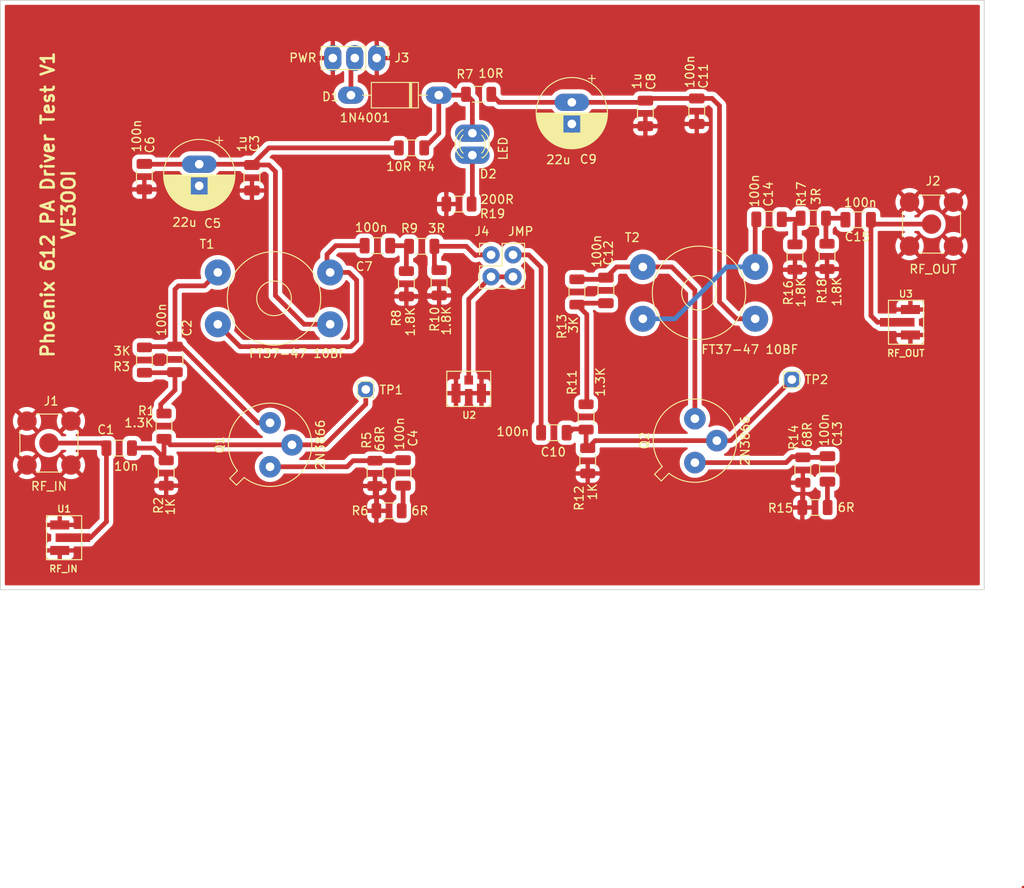
<source format=kicad_pcb>
(kicad_pcb (version 20211014) (generator pcbnew)
  (layers (0 "F.Cu" signal) (31 "B.Cu" signal) (34 "B.Paste" user) (35 "F.Paste" user) (36 "B.SilkS" user "B.Silkscreen") (37 "F.SilkS" user "F.Silkscreen") (38 "B.Mask" user) (39 "F.Mask" user) (44 "Edge.Cuts" user))
  (net 0 "")
  (net 1 "Net-(C1-Pad1)")
  (net 2 "Net-(C1-Pad2)")
  (net 3 "Net-(C2-Pad1)")
  (net 4 "Net-(C2-Pad2)")
  (net 5 "Q1_12V")
  (net 6 "GND")
  (net 7 "Net-(C4-Pad1)")
  (net 8 "Net-(C4-Pad2)")
  (net 9 "Net-(C7-Pad1)")
  (net 10 "Net-(C7-Pad2)")
  (net 11 "Q2_12V")
  (net 12 "Net-(Q2-Pad2)")
  (net 13 "Net-(C10-Pad2)")
  (net 14 "Net-(C12-Pad1)")
  (net 15 "Net-(C12-Pad2)")
  (net 16 "Net-(C13-Pad1)")
  (net 17 "Net-(C13-Pad2)")
  (net 18 "Net-(C14-Pad1)")
  (net 19 "Net-(C14-Pad2)")
  (net 20 "Net-(C15-Pad1)")
  (net 21 "Net-(C15-Pad2)")
  (net 22 "TX12V")
  (net 23 "Net-(D1-Pad2)")
  (net 24 "Net-(R10-Pad2)")
  (net 25 "Net-(J4-Pad3)")
  (net 26 "Net-(D2-Pad1)")
  (footprint "Capacitor_SMD:C_1206_3216Metric" (layer "F.Cu") (at 107.8611 39.4335 -90)
    (fp_text reference "C11" (at -4.064 -0.762 90) (layer "F.SilkS"))
    (fp_text value "100n" (at -4.572 0.7874 90) (layer "F.SilkS"))
    (pad "1" smd roundrect (at -1.475 0 270) (size 1.15 1.8) (layers "F.Cu" "F.Paste" "F.Mask") (roundrect_rratio 0.2173913043) (net 11 "Q2_12V"))
    (pad "2" smd roundrect (at 1.475 0 270) (size 1.15 1.8) (layers "F.Cu" "F.Paste" "F.Mask") (roundrect_rratio 0.2173913043) (net 6 "GND"))
  )
  (footprint "Custom_RF:U.FL-R-SMT" (layer "F.Cu") (at 132.582631 63.851911 -90)
    (fp_text reference "U3" (at -3.272911 0.528031 180) (layer "F.SilkS") (effects (font (size 0.787402 0.787402))))
    (fp_text value "RF_OUT" (at 3.585089 0.528031 180) (layer "F.SilkS") (effects (font (size 0.787402 0.787402))))
    (pad "1" smd rect (at 0 1.525 270) (size 1 4) (layers "F.Cu" "F.Paste" "F.Mask") (net 20 "Net-(C15-Pad1)"))
    (pad "2" smd rect (at 1.475 0 270) (size 1.05 2.2) (layers "F.Cu" "F.Paste" "F.Mask") (net 6 "GND"))
    (pad "3" smd rect (at -1.475 0 270) (size 1.05 2.2) (layers "F.Cu" "F.Paste" "F.Mask") (net 6 "GND"))
  )
  (footprint "Capacitor_THT:CP_Radial_D8.0mm_P2.50mm" (layer "F.Cu") (at 50.3047 45.570649 -90)
    (fp_text reference "C5" (at 6.842251 -1.5494 180) (layer "F.SilkS"))
    (fp_text value "22u" (at 6.715251 1.7018 180) (layer "F.SilkS"))
    (pad "1" thru_hole oval (at 0 0 270) (size 2 4) (drill 1) (layers *.Cu *.Mask) (net 5 "Q1_12V"))
    (pad "2" thru_hole oval (at 2.5 0 270) (size 2 4) (drill 1) (layers *.Cu *.Mask) (net 6 "GND"))
  )
  (footprint "Capacitor_SMD:C_1206_3216Metric" (layer "F.Cu") (at 70.9168 54.991 180)
    (fp_text reference "C7" (at 1.524 -2.413) (layer "F.SilkS"))
    (fp_text value "100n" (at 0.7112 2.1082) (layer "F.SilkS"))
    (pad "1" smd roundrect (at -1.475 0 180) (size 1.15 1.8) (layers "F.Cu" "F.Paste" "F.Mask") (roundrect_rratio 0.2173913043) (net 9 "Net-(C7-Pad1)"))
    (pad "2" smd roundrect (at 1.475 0 180) (size 1.15 1.8) (layers "F.Cu" "F.Paste" "F.Mask") (roundrect_rratio 0.2173913043) (net 10 "Net-(C7-Pad2)"))
  )
  (footprint "Resistor_SMD:R_1206_3216Metric" (layer "F.Cu") (at 122.930631 56.231911 90)
    (fp_text reference "R18" (at -4.0132 -0.5842 90) (layer "F.SilkS"))
    (fp_text value "1.8K" (at -4.0894 1.143 90) (layer "F.SilkS"))
    (pad "1" smd roundrect (at -1.4625 0 90) (size 1.125 1.75) (layers "F.Cu" "F.Paste" "F.Mask") (roundrect_rratio 0.2222222222) (net 6 "GND"))
    (pad "2" smd roundrect (at 1.4625 0 90) (size 1.125 1.75) (layers "F.Cu" "F.Paste" "F.Mask") (roundrect_rratio 0.2222222222) (net 21 "Net-(C15-Pad2)"))
  )
  (footprint "Capacitor_SMD:C_1206_3216Metric" (layer "F.Cu") (at 47.498 68.1482 -90)
    (fp_text reference "C2" (at -3.6322 -1.397 90) (layer "F.SilkS"))
    (fp_text value "100n" (at -4.5974 1.5494 90) (layer "F.SilkS"))
    (pad "1" smd roundrect (at -1.475 0 270) (size 1.15 1.8) (layers "F.Cu" "F.Paste" "F.Mask") (roundrect_rratio 0.2173913043) (net 3 "Net-(C2-Pad1)"))
    (pad "2" smd roundrect (at 1.475 0 270) (size 1.15 1.8) (layers "F.Cu" "F.Paste" "F.Mask") (roundrect_rratio 0.2173913043) (net 4 "Net-(C2-Pad2)"))
  )
  (footprint "Capacitor_SMD:C_1206_3216Metric" (layer "F.Cu") (at 97.352831 60.168911 -90)
    (fp_text reference "C12" (at -4.339711 -0.284769 90) (layer "F.SilkS"))
    (fp_text value "100n" (at -4.542911 1.061431 90) (layer "F.SilkS"))
    (pad "1" smd roundrect (at -1.475 0 270) (size 1.15 1.8) (layers "F.Cu" "F.Paste" "F.Mask") (roundrect_rratio 0.2173913043) (net 14 "Net-(C12-Pad1)"))
    (pad "2" smd roundrect (at 1.475 0 270) (size 1.15 1.8) (layers "F.Cu" "F.Paste" "F.Mask") (roundrect_rratio 0.2173913043) (net 15 "Net-(C12-Pad2)"))
  )
  (footprint "Resistor_SMD:R_1206_3216Metric" (layer "F.Cu") (at 70.6374 81.3308 90)
    (fp_text reference "R5" (at 3.8354 -0.9652 90) (layer "F.SilkS"))
    (fp_text value "68R" (at 4.0132 0.5588 90) (layer "F.SilkS"))
    (pad "1" smd roundrect (at -1.4625 0 90) (size 1.125 1.75) (layers "F.Cu" "F.Paste" "F.Mask") (roundrect_rratio 0.2222222222) (net 6 "GND"))
    (pad "2" smd roundrect (at 1.4625 0 90) (size 1.125 1.75) (layers "F.Cu" "F.Paste" "F.Mask") (roundrect_rratio 0.2222222222) (net 7 "Net-(C4-Pad1)"))
  )
  (footprint "Resistor_SMD:R_1206_3216Metric" (layer "F.Cu") (at 95.244631 79.879311 90)
    (fp_text reference "R12" (at -4.318 -0.9906 90) (layer "F.SilkS"))
    (fp_text value "1K" (at -3.5814 0.5588 90) (layer "F.SilkS"))
    (pad "1" smd roundrect (at -1.4625 0 90) (size 1.125 1.75) (layers "F.Cu" "F.Paste" "F.Mask") (roundrect_rratio 0.2222222222) (net 6 "GND"))
    (pad "2" smd roundrect (at 1.4625 0 90) (size 1.125 1.75) (layers "F.Cu" "F.Paste" "F.Mask") (roundrect_rratio 0.2222222222) (net 12 "Net-(Q2-Pad2)"))
  )
  (footprint "Capacitor_SMD:C_1206_3216Metric" (layer "F.Cu") (at 41.0446 78.4098)
    (fp_text reference "C1" (at -1.5476 -2.1336) (layer "F.SilkS"))
    (fp_text value "10n" (at 0.8146 2.1082) (layer "F.SilkS"))
    (pad "1" smd roundrect (at -1.475 0) (size 1.15 1.8) (layers "F.Cu" "F.Paste" "F.Mask") (roundrect_rratio 0.2173913043) (net 1 "Net-(C1-Pad1)"))
    (pad "2" smd roundrect (at 1.475 0) (size 1.15 1.8) (layers "F.Cu" "F.Paste" "F.Mask") (roundrect_rratio 0.2173913043) (net 2 "Net-(C1-Pad2)"))
  )
  (footprint "Capacitor_THT:CP_Radial_D8.0mm_P2.50mm" (layer "F.Cu") (at 93.4085 38.407849 -90)
    (fp_text reference "C9" (at 6.588251 -1.905 180) (layer "F.SilkS"))
    (fp_text value "22u" (at 6.639051 1.5494 180) (layer "F.SilkS"))
    (pad "1" thru_hole oval (at 0 0 270) (size 2 4) (drill 1) (layers *.Cu *.Mask) (net 11 "Q2_12V"))
    (pad "2" thru_hole oval (at 2.5 0 270) (size 2 4) (drill 1) (layers *.Cu *.Mask) (net 6 "GND"))
  )
  (footprint "Transformer_THT:Transformer_Toroid_Horizontal_D10.5mm_Amidon-T37" (layer "F.Cu") (at 114.622431 57.448311 180)
    (fp_text reference "T2" (at 14.216231 3.397111) (layer "F.SilkS"))
    (fp_text value "FT37-47 10BF" (at 0.627231 -9.556889) (layer "F.SilkS"))
    (pad "1" thru_hole circle (at 0 0 180) (size 3 3) (drill 1) (layers *.Cu *.Mask) (net 19 "Net-(C14-Pad2)"))
    (pad "2" thru_hole circle (at 13 0 180) (size 3 3) (drill 1) (layers *.Cu *.Mask) (net 14 "Net-(C12-Pad1)"))
    (pad "3" thru_hole circle (at 0 -6 180) (size 3 3) (drill 1) (layers *.Cu *.Mask) (net 11 "Q2_12V"))
    (pad "4" thru_hole circle (at 13 -6 180) (size 3 3) (drill 1) (layers *.Cu *.Mask) (net 19 "Net-(C14-Pad2)"))
  )
  (footprint "Custom_RF:U.FL-R-SMT" (layer "F.Cu") (at 34.163 88.773 90)
    (fp_text reference "U1" (at 3.3274 0.508 180) (layer "F.SilkS") (effects (font (size 0.787402 0.787402))))
    (fp_text value "RF_IN" (at -3.6068 0.4318 180) (layer "F.SilkS") (effects (font (size 0.787402 0.787402))))
    (pad "1" smd rect (at 0 1.525 90) (size 1 4) (layers "F.Cu" "F.Paste" "F.Mask") (net 1 "Net-(C1-Pad1)"))
    (pad "2" smd rect (at 1.475 0 90) (size 1.05 2.2) (layers "F.Cu" "F.Paste" "F.Mask") (net 6 "GND"))
    (pad "3" smd rect (at -1.475 0 90) (size 1.05 2.2) (layers "F.Cu" "F.Paste" "F.Mask") (net 6 "GND"))
  )
  (footprint "Capacitor_SMD:C_1206_3216Metric" (layer "F.Cu") (at 116.226831 51.939311 180)
    (fp_text reference "C14" (at 0.078 2.921 90) (layer "F.SilkS"))
    (fp_text value "100n" (at 1.6782 3.302 90) (layer "F.SilkS"))
    (pad "1" smd roundrect (at -1.475 0 180) (size 1.15 1.8) (layers "F.Cu" "F.Paste" "F.Mask") (roundrect_rratio 0.2173913043) (net 18 "Net-(C14-Pad1)"))
    (pad "2" smd roundrect (at 1.475 0 180) (size 1.15 1.8) (layers "F.Cu" "F.Paste" "F.Mask") (roundrect_rratio 0.2173913043) (net 19 "Net-(C14-Pad2)"))
  )
  (footprint "Resistor_SMD:R_1206_3216Metric" (layer "F.Cu") (at 72.263 85.6615)
    (fp_text reference "R6" (at -3.3528 0) (layer "F.SilkS"))
    (fp_text value "6R" (at 3.556 0) (layer "F.SilkS"))
    (pad "1" smd roundrect (at -1.4625 0) (size 1.125 1.75) (layers "F.Cu" "F.Paste" "F.Mask") (roundrect_rratio 0.2222222222) (net 6 "GND"))
    (pad "2" smd roundrect (at 1.4625 0) (size 1.125 1.75) (layers "F.Cu" "F.Paste" "F.Mask") (roundrect_rratio 0.2222222222) (net 8 "Net-(C4-Pad2)"))
  )
  (footprint "Resistor_SMD:R_1206_3216Metric" (layer "F.Cu") (at 78.0542 59.2836 90)
    (fp_text reference "R10" (at -4.2164 -0.508 90) (layer "F.SilkS"))
    (fp_text value "1.8K" (at -4.3942 0.8382 90) (layer "F.SilkS"))
    (pad "1" smd roundrect (at -1.4625 0 90) (size 1.125 1.75) (layers "F.Cu" "F.Paste" "F.Mask") (roundrect_rratio 0.2222222222) (net 6 "GND"))
    (pad "2" smd roundrect (at 1.4625 0 90) (size 1.125 1.75) (layers "F.Cu" "F.Paste" "F.Mask") (roundrect_rratio 0.2222222222) (net 24 "Net-(R10-Pad2)"))
  )
  (footprint "Capacitor_SMD:C_1206_3216Metric" (layer "F.Cu") (at 73.8886 81.28 -90)
    (fp_text reference "C4" (at -4.015 -1.143 90) (layer "F.SilkS"))
    (fp_text value "100n" (at -4.5484 0.4064 90) (layer "F.SilkS"))
    (pad "1" smd roundrect (at -1.475 0 270) (size 1.15 1.8) (layers "F.Cu" "F.Paste" "F.Mask") (roundrect_rratio 0.2173913043) (net 7 "Net-(C4-Pad1)"))
    (pad "2" smd roundrect (at 1.475 0 270) (size 1.15 1.8) (layers "F.Cu" "F.Paste" "F.Mask") (roundrect_rratio 0.2173913043) (net 8 "Net-(C4-Pad2)"))
  )
  (footprint "Diode_THT:D_DO-41_SOD81_P10.16mm_Horizontal" (layer "F.Cu") (at 78.0161 37.5793 180)
    (fp_text reference "D1" (at 12.5222 -0.1778) (layer "F.SilkS"))
    (fp_text value "1N4001" (at 8.5344 -2.6162) (layer "F.SilkS"))
    (pad "1" thru_hole oval (at 0 0 180) (size 3 2) (drill 1) (layers *.Cu *.Mask) (net 22 "TX12V"))
    (pad "2" thru_hole oval (at 10.16 0 180) (size 3 2) (drill 1) (layers *.Cu *.Mask) (net 23 "Net-(D1-Pad2)"))
  )
  (footprint "Connector_Pin:Pin_D0.7mm_L6.5mm_W1.8mm_FlatFork" (layer "F.Cu") (at 118.866631 70.481311)
    (fp_text reference "TP2" (at 2.850169 0.003689) (layer "F.SilkS"))
    (fp_text value "TestPoint" hide)
    (pad "1" thru_hole circle (at 0 0) (size 2 2) (drill 1) (layers *.Cu *.Mask) (net 12 "Net-(Q2-Pad2)"))
  )
  (footprint "Resistor_SMD:R_1206_3216Metric" (layer "F.Cu") (at 95.0595 74.803 90)
    (fp_text reference "R11" (at 3.994811 -1.620231 90) (layer "F.SilkS"))
    (fp_text value "1.3K" (at 4.045611 1.656369 90) (layer "F.SilkS"))
    (pad "1" smd roundrect (at -1.4625 0 90) (size 1.125 1.75) (layers "F.Cu" "F.Paste" "F.Mask") (roundrect_rratio 0.2222222222) (net 12 "Net-(Q2-Pad2)"))
    (pad "2" smd roundrect (at 1.4625 0 90) (size 1.125 1.75) (layers "F.Cu" "F.Paste" "F.Mask") (roundrect_rratio 0.2222222222) (net 15 "Net-(C12-Pad2)"))
  )
  (footprint "Resistor_SMD:R_1206_3216Metric" (layer "F.Cu") (at 76.0476 55.0672)
    (fp_text reference "R9" (at -1.4224 -2.0828) (layer "F.SilkS"))
    (fp_text value "3R" (at 1.7272 -2.0828) (layer "F.SilkS"))
    (pad "1" smd roundrect (at -1.4625 0) (size 1.125 1.75) (layers "F.Cu" "F.Paste" "F.Mask") (roundrect_rratio 0.2222222222) (net 9 "Net-(C7-Pad1)"))
    (pad "2" smd roundrect (at 1.4625 0) (size 1.125 1.75) (layers "F.Cu" "F.Paste" "F.Mask") (roundrect_rratio 0.2222222222) (net 24 "Net-(R10-Pad2)"))
  )
  (footprint "Capacitor_SMD:C_1206_3216Metric" (layer "F.Cu") (at 101.9175 39.6875 -90)
    (fp_text reference "C8" (at -3.683 -0.635 90) (layer "F.SilkS"))
    (fp_text value "1u" (at -3.7338 0.9906 90) (layer "F.SilkS"))
    (pad "1" smd roundrect (at -1.475 0 270) (size 1.15 1.8) (layers "F.Cu" "F.Paste" "F.Mask") (roundrect_rratio 0.2173913043) (net 11 "Q2_12V"))
    (pad "2" smd roundrect (at 1.475 0 270) (size 1.15 1.8) (layers "F.Cu" "F.Paste" "F.Mask") (roundrect_rratio 0.2173913043) (net 6 "GND"))
  )
  (footprint "Resistor_SMD:R_1206_3216Metric" (layer "F.Cu") (at 43.9674 68.2244 90)
    (fp_text reference "R3" (at -0.762 -2.6416 180) (layer "F.SilkS"))
    (fp_text value "3K" (at 1.0414 -2.5908 180) (layer "F.SilkS"))
    (pad "1" smd roundrect (at -1.4625 0 90) (size 1.125 1.75) (layers "F.Cu" "F.Paste" "F.Mask") (roundrect_rratio 0.2222222222) (net 4 "Net-(C2-Pad2)"))
    (pad "2" smd roundrect (at 1.4625 0 90) (size 1.125 1.75) (layers "F.Cu" "F.Paste" "F.Mask") (roundrect_rratio 0.2222222222) (net 3 "Net-(C2-Pad1)"))
  )
  (footprint "Capacitor_SMD:C_1206_3216Metric" (layer "F.Cu") (at 122.981431 80.819111 -90)
    (fp_text reference "C13" (at -4.0533 -1.143 90) (layer "F.SilkS"))
    (fp_text value "100n" (at -4.5359 0.3556 90) (layer "F.SilkS"))
    (pad "1" smd roundrect (at -1.475 0 270) (size 1.15 1.8) (layers "F.Cu" "F.Paste" "F.Mask") (roundrect_rratio 0.2173913043) (net 16 "Net-(C13-Pad1)"))
    (pad "2" smd roundrect (at 1.475 0 270) (size 1.15 1.8) (layers "F.Cu" "F.Paste" "F.Mask") (roundrect_rratio 0.2173913043) (net 17 "Net-(C13-Pad2)"))
  )
  (footprint "Resistor_SMD:R_1206_3216Metric" (layer "F.Cu") (at 94.000031 60.346711 90)
    (fp_text reference "R13" (at -3.991489 -1.747231 90) (layer "F.SilkS"))
    (fp_text value "3K" (at -3.813689 -0.401031 90) (layer "F.SilkS"))
    (pad "1" smd roundrect (at -1.4625 0 90) (size 1.125 1.75) (layers "F.Cu" "F.Paste" "F.Mask") (roundrect_rratio 0.2222222222) (net 15 "Net-(C12-Pad2)"))
    (pad "2" smd roundrect (at 1.4625 0 90) (size 1.125 1.75) (layers "F.Cu" "F.Paste" "F.Mask") (roundrect_rratio 0.2222222222) (net 14 "Net-(C12-Pad1)"))
  )
  (footprint "Resistor_SMD:R_1206_3216Metric" (layer "F.Cu") (at 119.222231 56.308111 90)
    (fp_text reference "R16" (at -4.1295 -0.762 90) (layer "F.SilkS"))
    (fp_text value "1.8K" (at -4.1295 0.6858 90) (layer "F.SilkS"))
    (pad "1" smd roundrect (at -1.4625 0 90) (size 1.125 1.75) (layers "F.Cu" "F.Paste" "F.Mask") (roundrect_rratio 0.2222222222) (net 6 "GND"))
    (pad "2" smd roundrect (at 1.4625 0 90) (size 1.125 1.75) (layers "F.Cu" "F.Paste" "F.Mask") (roundrect_rratio 0.2222222222) (net 18 "Net-(C14-Pad1)"))
  )
  (footprint "LED_THT:LED_D3.0mm" (layer "F.Cu") (at 81.9023 44.5185 90)
    (fp_text reference "D2" (at -2.1794 1.8288 180) (layer "F.SilkS"))
    (fp_text value "LED" (at 0.767 3.556 90) (layer "F.SilkS"))
    (pad "1" thru_hole oval (at 0 0 90) (size 2 4) (drill 1) (layers *.Cu *.Mask) (net 26 "Net-(D2-Pad1)"))
    (pad "2" thru_hole oval (at 2.54 0 90) (size 2 4) (drill 1) (layers *.Cu *.Mask) (net 22 "TX12V"))
  )
  (footprint "Resistor_SMD:R_1206_3216Metric" (layer "F.Cu") (at 121.345131 51.812311)
    (fp_text reference "R17" (at -1.3863 -2.794 90) (layer "F.SilkS"))
    (fp_text value "3R" (at 0.3155 -2.54 90) (layer "F.SilkS"))
    (pad "1" smd roundrect (at -1.4625 0) (size 1.125 1.75) (layers "F.Cu" "F.Paste" "F.Mask") (roundrect_rratio 0.2222222222) (net 18 "Net-(C14-Pad1)"))
    (pad "2" smd roundrect (at 1.4625 0) (size 1.125 1.75) (layers "F.Cu" "F.Paste" "F.Mask") (roundrect_rratio 0.2222222222) (net 21 "Net-(C15-Pad2)"))
  )
  (footprint "Capacitor_SMD:C_1206_3216Metric" (layer "F.Cu") (at 43.9547 47.003849 -90)
    (fp_text reference "C6" (at -3.683 -0.635 90) (layer "F.SilkS"))
    (fp_text value "100n" (at -4.699 0.889 90) (layer "F.SilkS"))
    (pad "1" smd roundrect (at -1.475 0 270) (size 1.15 1.8) (layers "F.Cu" "F.Paste" "F.Mask") (roundrect_rratio 0.2173913043) (net 5 "Q1_12V"))
    (pad "2" smd roundrect (at 1.475 0 270) (size 1.15 1.8) (layers "F.Cu" "F.Paste" "F.Mask") (roundrect_rratio 0.2173913043) (net 6 "GND"))
  )
  (footprint "Package_TO_SOT_THT:TO-39-3" (layer "F.Cu") (at 58.4962 80.5688 90)
    (fp_text reference "Q1" (at 2.54 -5.82 90) (layer "F.SilkS"))
    (fp_text value "2N3866" (at 2.54 5.82 90) (layer "F.SilkS"))
    (pad "1" thru_hole oval (at 0 0 90) (size 2.5 2.5) (drill 1) (layers *.Cu *.Mask) (net 7 "Net-(C4-Pad1)"))
    (pad "2" thru_hole oval (at 2.54 2.54 90) (size 2.5 2.5) (drill 1) (layers *.Cu *.Mask) (net 2 "Net-(C1-Pad2)"))
    (pad "3" thru_hole oval (at 5.08 0 90) (size 2.5 2.5) (drill 1) (layers *.Cu *.Mask) (net 3 "Net-(C2-Pad1)"))
  )
  (footprint "Package_TO_SOT_THT:TO-39-3" (layer "F.Cu") (at 107.6452 80.0862 90)
    (fp_text reference "Q2" (at 2.54 -5.82 90) (layer "F.SilkS"))
    (fp_text value "2N3866" (at 2.54 5.82 90) (layer "F.SilkS"))
    (pad "1" thru_hole oval (at 0 0 90) (size 2.5 2.5) (drill 1) (layers *.Cu *.Mask) (net 16 "Net-(C13-Pad1)"))
    (pad "2" thru_hole oval (at 2.54 2.54 90) (size 2.5 2.5) (drill 1) (layers *.Cu *.Mask) (net 12 "Net-(Q2-Pad2)"))
    (pad "3" thru_hole oval (at 5.08 0 90) (size 2.5 2.5) (drill 1) (layers *.Cu *.Mask) (net 14 "Net-(C12-Pad1)"))
  )
  (footprint "Resistor_SMD:R_1206_3216Metric" (layer "F.Cu") (at 74.8665 43.6753 180)
    (fp_text reference "R4" (at -1.7272 -2.159) (layer "F.SilkS"))
    (fp_text value "10R" (at 1.4732 -2.159) (layer "F.SilkS"))
    (pad "1" smd roundrect (at -1.4625 0 180) (size 1.125 1.75) (layers "F.Cu" "F.Paste" "F.Mask") (roundrect_rratio 0.2222222222) (net 22 "TX12V"))
    (pad "2" smd roundrect (at 1.4625 0 180) (size 1.125 1.75) (layers "F.Cu" "F.Paste" "F.Mask") (roundrect_rratio 0.2222222222) (net 5 "Q1_12V"))
  )
  (footprint "Resistor_SMD:R_1206_3216Metric" (layer "F.Cu") (at 80.3529 50.1777 180)
    (fp_text reference "R19" (at -3.8862 -1.1176) (layer "F.SilkS"))
    (fp_text value "200R" (at -4.4196 0.5334) (layer "F.SilkS"))
    (pad "1" smd roundrect (at -1.4625 0 180) (size 1.125 1.75) (layers "F.Cu" "F.Paste" "F.Mask") (roundrect_rratio 0.2222222222) (net 26 "Net-(D2-Pad1)"))
    (pad "2" smd roundrect (at 1.4625 0 180) (size 1.125 1.75) (layers "F.Cu" "F.Paste" "F.Mask") (roundrect_rratio 0.2222222222) (net 6 "GND"))
  )
  (footprint "Resistor_SMD:R_1206_3216Metric" (layer "F.Cu") (at 74.2696 59.3999 90)
    (fp_text reference "R8" (at -3.9624 -1.1684 90) (layer "F.SilkS"))
    (fp_text value "1.8K" (at -4.3942 0.4572 90) (layer "F.SilkS"))
    (pad "1" smd roundrect (at -1.4625 0 90) (size 1.125 1.75) (layers "F.Cu" "F.Paste" "F.Mask") (roundrect_rratio 0.2222222222) (net 6 "GND"))
    (pad "2" smd roundrect (at 1.4625 0 90) (size 1.125 1.75) (layers "F.Cu" "F.Paste" "F.Mask") (roundrect_rratio 0.2222222222) (net 9 "Net-(C7-Pad1)"))
  )
  (footprint "Capacitor_SMD:C_1206_3216Metric" (layer "F.Cu") (at 91.331231 76.628111 180)
    (fp_text reference "C10" (at 0.069031 -2.238889) (layer "F.SilkS"))
    (fp_text value "100n" (at 4.742631 0.123311) (layer "F.SilkS"))
    (pad "1" smd roundrect (at -1.475 0 180) (size 1.15 1.8) (layers "F.Cu" "F.Paste" "F.Mask") (roundrect_rratio 0.2173913043) (net 12 "Net-(Q2-Pad2)"))
    (pad "2" smd roundrect (at 1.475 0 180) (size 1.15 1.8) (layers "F.Cu" "F.Paste" "F.Mask") (roundrect_rratio 0.2173913043) (net 13 "Net-(C10-Pad2)"))
  )
  (footprint "Resistor_SMD:R_1206_3216Metric" (layer "F.Cu") (at 82.6282 37.4777)
    (fp_text reference "R7" (at -1.5895 -2.3114) (layer "F.SilkS"))
    (fp_text value "10R" (at 1.4331 -2.413) (layer "F.SilkS"))
    (pad "1" smd roundrect (at -1.4625 0) (size 1.125 1.75) (layers "F.Cu" "F.Paste" "F.Mask") (roundrect_rratio 0.2222222222) (net 22 "TX12V"))
    (pad "2" smd roundrect (at 1.4625 0) (size 1.125 1.75) (layers "F.Cu" "F.Paste" "F.Mask") (roundrect_rratio 0.2222222222) (net 11 "Q2_12V"))
  )
  (footprint "Capacitor_SMD:C_1206_3216Metric" (layer "F.Cu") (at 56.4007 47.130849 -90)
    (fp_text reference "C3" (at -3.963549 -0.3048 90) (layer "F.SilkS"))
    (fp_text value "1u" (at -3.912749 1.143 90) (layer "F.SilkS"))
    (pad "1" smd roundrect (at -1.475 0 270) (size 1.15 1.8) (layers "F.Cu" "F.Paste" "F.Mask") (roundrect_rratio 0.2173913043) (net 5 "Q1_12V"))
    (pad "2" smd roundrect (at 1.475 0 270) (size 1.15 1.8) (layers "F.Cu" "F.Paste" "F.Mask") (roundrect_rratio 0.2173913043) (net 6 "GND"))
  )
  (footprint "Resistor_SMD:R_1206_3216Metric" (layer "F.Cu") (at 46.482 81.2947 90)
    (fp_text reference "R2" (at -3.7445 -0.889 90) (layer "F.SilkS"))
    (fp_text value "1K" (at -3.8969 0.4826 90) (layer "F.SilkS"))
    (pad "1" smd roundrect (at -1.4625 0 90) (size 1.125 1.75) (layers "F.Cu" "F.Paste" "F.Mask") (roundrect_rratio 0.2222222222) (net 6 "GND"))
    (pad "2" smd roundrect (at 1.4625 0 90) (size 1.125 1.75) (layers "F.Cu" "F.Paste" "F.Mask") (roundrect_rratio 0.2222222222) (net 2 "Net-(C1-Pad2)"))
  )
  (footprint "Transformer_THT:Transformer_Toroid_Horizontal_D10.5mm_Amidon-T37" (layer "F.Cu") (at 65.4534 58.087 180)
    (fp_text reference "T1" (at 14.247 3.2738) (layer "F.SilkS"))
    (fp_text value "FT37-47 10BF" (at 3.7822 -9.3754) (layer "F.SilkS"))
    (pad "1" thru_hole circle (at 0 0 180) (size 3 3) (drill 1) (layers *.Cu *.Mask) (net 10 "Net-(C7-Pad2)"))
    (pad "2" thru_hole circle (at 13 0 180) (size 3 3) (drill 1) (layers *.Cu *.Mask) (net 3 "Net-(C2-Pad1)"))
    (pad "3" thru_hole circle (at 0 -6 180) (size 3 3) (drill 1) (layers *.Cu *.Mask) (net 5 "Q1_12V"))
    (pad "4" thru_hole circle (at 13 -6 180) (size 3 3) (drill 1) (layers *.Cu *.Mask) (net 10 "Net-(C7-Pad2)"))
  )
  (footprint "Connector_PinHeader_2.54mm:PinHeader_1x03_P2.54mm_Vertical" (layer "F.Cu") (at 70.8383 33.2867 -90)
    (fp_text reference "J3" (at -0.0254 -2.9106 180) (layer "F.SilkS"))
    (fp_text value "PWR" (at -0.0254 8.5448 180) (layer "F.SilkS"))
    (pad "1" thru_hole oval (at 0 0 270) (size 3 2) (drill 1) (layers *.Cu *.Mask) (net 6 "GND"))
    (pad "2" thru_hole oval (at 0 2.54 270) (size 3 2) (drill 1) (layers *.Cu *.Mask) (net 23 "Net-(D1-Pad2)"))
    (pad "3" thru_hole oval (at 0 5.08 270) (size 3 2) (drill 1) (layers *.Cu *.Mask) (net 6 "GND"))
  )
  (footprint "Resistor_SMD:R_1206_3216Metric" (layer "F.Cu") (at 120.136631 80.946111 90)
    (fp_text reference "R14" (at 3.7846 -1.0668 90) (layer "F.SilkS"))
    (fp_text value "68R" (at 4.0894 0.508 90) (layer "F.SilkS"))
    (pad "1" smd roundrect (at -1.4625 0 90) (size 1.125 1.75) (layers "F.Cu" "F.Paste" "F.Mask") (roundrect_rratio 0.2222222222) (net 6 "GND"))
    (pad "2" smd roundrect (at 1.4625 0 90) (size 1.125 1.75) (layers "F.Cu" "F.Paste" "F.Mask") (roundrect_rratio 0.2222222222) (net 16 "Net-(C13-Pad1)"))
  )
  (footprint "Connector_Coaxial:SMA_Amphenol_901-144_Vertical" (layer "F.Cu") (at 135.021031 52.498111)
    (fp_text reference "J2" (at 0.183169 -4.974711) (layer "F.SilkS"))
    (fp_text value "RF_OUT" (at 0.183169 5.210689) (layer "F.SilkS"))
    (pad "1" smd circle (at 0 0) (size 2.25 2.25) (layers "F.Cu" "F.Paste" "F.Mask") (net 20 "Net-(C15-Pad1)"))
    (pad "2" smd circle (at 2.54 2.54) (size 2.25 2.25) (layers "F.Cu" "F.Paste" "F.Mask") (net 6 "GND"))
    (pad "2" smd circle (at 2.54 -2.54) (size 2.25 2.25) (layers "F.Cu" "F.Paste" "F.Mask") (net 6 "GND"))
    (pad "2" smd circle (at -2.54 2.54) (size 2.25 2.25) (layers "F.Cu" "F.Paste" "F.Mask") (net 6 "GND"))
    (pad "2" smd circle (at -2.54 -2.54) (size 2.25 2.25) (layers "F.Cu" "F.Paste" "F.Mask") (net 6 "GND"))
  )
  (footprint "Connector_Coaxial:SMA_Amphenol_901-144_Vertical" (layer "F.Cu") (at 32.9184 77.8256)
    (fp_text reference "J1" (at 0.254 -4.8514) (layer "F.SilkS"))
    (fp_text value "RF_IN" (at 0 5) (layer "F.SilkS"))
    (pad "1" smd circle (at 0 0) (size 2.25 2.25) (layers "F.Cu" "F.Paste" "F.Mask") (net 1 "Net-(C1-Pad1)"))
    (pad "2" smd circle (at -2.54 2.54) (size 2.25 2.25) (layers "F.Cu" "F.Paste" "F.Mask") (net 6 "GND"))
    (pad "2" smd circle (at -2.54 -2.54) (size 2.25 2.25) (layers "F.Cu" "F.Paste" "F.Mask") (net 6 "GND"))
    (pad "2" smd circle (at 2.54 -2.54) (size 2.25 2.25) (layers "F.Cu" "F.Paste" "F.Mask") (net 6 "GND"))
    (pad "2" smd circle (at 2.54 2.54) (size 2.25 2.25) (layers "F.Cu" "F.Paste" "F.Mask") (net 6 "GND"))
  )
  (footprint "Capacitor_SMD:C_1206_3216Metric" (layer "F.Cu") (at 126.537431 51.990111 180)
    (fp_text reference "C15" (at 0.1016 -1.9812) (layer "F.SilkS"))
    (fp_text value "100n" (at -0.254 1.9812) (layer "F.SilkS"))
    (pad "1" smd roundrect (at -1.475 0 180) (size 1.15 1.8) (layers "F.Cu" "F.Paste" "F.Mask") (roundrect_rratio 0.2173913043) (net 20 "Net-(C15-Pad1)"))
    (pad "2" smd roundrect (at 1.475 0 180) (size 1.15 1.8) (layers "F.Cu" "F.Paste" "F.Mask") (roundrect_rratio 0.2173913043) (net 21 "Net-(C15-Pad2)"))
  )
  (footprint "Custom_RF:U.FL-R-SMT" (layer "F.Cu") (at 81.4832 72.0598 180)
    (fp_text reference "U2" (at -0.0508 -2.54) (layer "F.SilkS") (effects (font (size 0.787402 0.787402))))
    (fp_text value "U.FL-R-SMT" hide)
    (pad "1" smd rect (at 0 1.525 180) (size 1 1.05) (layers "F.Cu" "F.Paste" "F.Mask") (net 25 "Net-(J4-Pad3)"))
    (pad "2" smd rect (at 1.475 0 180) (size 1.05 2.2) (layers "F.Cu" "F.Paste" "F.Mask") (net 6 "GND"))
    (pad "3" smd rect (at -1.475 0 180) (size 1.05 2.2) (layers "F.Cu" "F.Paste" "F.Mask") (net 6 "GND"))
  )
  (footprint "Resistor_SMD:R_1206_3216Metric" (layer "F.Cu") (at 121.539 85.2805)
    (fp_text reference "R15" (at -3.9878 0.0762) (layer "F.SilkS"))
    (fp_text value "6R" (at 3.6068 0) (layer "F.SilkS"))
    (pad "1" smd roundrect (at -1.4625 0) (size 1.125 1.75) (layers "F.Cu" "F.Paste" "F.Mask") (roundrect_rratio 0.2222222222) (net 6 "GND"))
    (pad "2" smd roundrect (at 1.4625 0) (size 1.125 1.75) (layers "F.Cu" "F.Paste" "F.Mask") (roundrect_rratio 0.2222222222) (net 17 "Net-(C13-Pad2)"))
  )
  (footprint "Connector_Pin:Pin_D0.7mm_L6.5mm_W1.8mm_FlatFork" (layer "F.Cu") (at 69.5706 71.628)
    (fp_text reference "TP1" (at 2.9464 0.0508) (layer "F.SilkS"))
    (fp_text value "TestPoint" hide)
    (pad "1" thru_hole circle (at 0 0) (size 2 2) (drill 1) (layers *.Cu *.Mask) (net 2 "Net-(C1-Pad2)"))
  )
  (footprint "Resistor_SMD:R_1206_3216Metric" (layer "F.Cu") (at 46.228 75.8698 90)
    (fp_text reference "R1" (at 1.778 -2.032 180) (layer "F.SilkS"))
    (fp_text value "1.3K" (at 0.381 -2.8956 180) (layer "F.SilkS"))
    (pad "1" smd roundrect (at -1.4625 0 90) (size 1.125 1.75) (layers "F.Cu" "F.Paste" "F.Mask") (roundrect_rratio 0.2222222222) (net 2 "Net-(C1-Pad2)"))
    (pad "2" smd roundrect (at 1.4625 0 90) (size 1.125 1.75) (layers "F.Cu" "F.Paste" "F.Mask") (roundrect_rratio 0.2222222222) (net 4 "Net-(C2-Pad2)"))
  )
  (footprint "Connector_PinHeader_2.54mm:PinHeader_2x02_P2.54mm_Vertical" (layer "F.Cu") (at 84.069 56.0528)
    (fp_text reference "J4" (at -1.0618 -2.7128) (layer "F.SilkS"))
    (fp_text value "JMP" (at 3.434 -2.7128) (layer "F.SilkS"))
    (pad "1" thru_hole oval (at 0 0) (size 2 2) (drill 1) (layers *.Cu *.Mask) (net 24 "Net-(R10-Pad2)"))
    (pad "2" thru_hole oval (at 2.54 0) (size 2 2) (drill 1) (layers *.Cu *.Mask) (net 13 "Net-(C10-Pad2)"))
    (pad "3" thru_hole oval (at 0 2.54) (size 2 2) (drill 1) (layers *.Cu *.Mask) (net 25 "Net-(J4-Pad3)"))
    (pad "4" thru_hole oval (at 2.54 2.54) (size 2 2) (drill 1) (layers *.Cu *.Mask) (net 25 "Net-(J4-Pad3)"))
  )
  (gr_circle (center 145.6436 129.2352) (end 145.6436 129.2352) (layer "F.Cu") (width 0.2) (fill none))
  (gr_rect (start 141.1224 94.7928) (end 27.305 26.6192) (layer "Edge.Cuts") (width 0.1) (fill none))
  (gr_text "Phoenix 612 PA Driver Test V1\nVE3OOI" (at 33.9852 50.2412 90) (layer "F.SilkS") (effects (font (size 1.5 1.5) (thickness 0.3))))
  (segment (start 35.688 88.773) (end 37.719 88.773) (width 0.55) (layer "F.Cu") (net 1))
  (segment (start 37.719 88.773) (end 39.5696 86.9224) (width 0.55) (layer "F.Cu") (net 1))
  (segment (start 39.5696 86.9224) (end 39.5696 78.4098) (width 0.55) (layer "F.Cu") (net 1))
  (segment (start 38.9854 77.8256) (end 39.5696 78.4098) (width 0.55) (layer "F.Cu") (net 1))
  (segment (start 32.9184 77.8256) (end 38.9854 77.8256) (width 0.55) (layer "F.Cu") (net 1))
  (segment (start 46.228 79.5782) (end 46.482 79.8322) (width 0.55) (layer "F.Cu") (net 2))
  (segment (start 61.0362 78.0288) (end 64.8716 78.0288) (width 0.55) (layer "F.Cu") (net 2))
  (segment (start 46.228 77.3323) (end 46.228 78.7146) (width 0.55) (layer "F.Cu") (net 2))
  (segment (start 46.9245 78.0288) (end 46.228 77.3323) (width 0.55) (layer "F.Cu") (net 2))
  (segment (start 69.5706 73.3298) (end 69.5706 71.628) (width 0.55) (layer "F.Cu") (net 2))
  (segment (start 46.228 78.7146) (end 46.228 79.5782) (width 0.55) (layer "F.Cu") (net 2))
  (segment (start 64.8716 78.0288) (end 69.5706 73.3298) (width 0.55) (layer "F.Cu") (net 2))
  (segment (start 45.0596 78.4098) (end 46.482 79.8322) (width 0.55) (layer "F.Cu") (net 2))
  (segment (start 42.5196 78.4098) (end 45.0596 78.4098) (width 0.55) (layer "F.Cu") (net 2))
  (segment (start 61.0362 78.0288) (end 46.9245 78.0288) (width 0.55) (layer "F.Cu") (net 2))
  (segment (start 57.0738 75.4888) (end 58.4962 75.4888) (width 0.55) (layer "F.Cu") (net 3))
  (segment (start 50.9012 59.6392) (end 47.9044 59.6392) (width 0.55) (layer "F.Cu") (net 3))
  (segment (start 44.0561 66.6732) (end 43.9674 66.7619) (width 0.55) (layer "F.Cu") (net 3))
  (segment (start 52.4534 58.087) (end 50.9012 59.6392) (width 0.55) (layer "F.Cu") (net 3))
  (segment (start 47.9044 59.6392) (end 47.498 60.0456) (width 0.55) (layer "F.Cu") (net 3))
  (segment (start 47.498 66.6732) (end 44.0561 66.6732) (width 0.55) (layer "F.Cu") (net 3))
  (segment (start 47.498 60.0456) (end 47.498 66.6732) (width 0.55) (layer "F.Cu") (net 3))
  (segment (start 48.2582 66.6732) (end 57.0738 75.4888) (width 0.55) (layer "F.Cu") (net 3))
  (segment (start 47.498 66.6732) (end 48.2582 66.6732) (width 0.55) (layer "F.Cu") (net 3))
  (segment (start 47.498 71.7042) (end 45.847 73.3552) (width 0.55) (layer "F.Cu") (net 4))
  (segment (start 43.9674 69.6869) (end 47.4343 69.6869) (width 0.55) (layer "F.Cu") (net 4))
  (segment (start 45.847 74.0263) (end 46.228 74.4073) (width 0.55) (layer "F.Cu") (net 4))
  (segment (start 47.4343 69.6869) (end 47.498 69.6232) (width 0.55) (layer "F.Cu") (net 4))
  (segment (start 47.498 69.6232) (end 47.498 71.7042) (width 0.55) (layer "F.Cu") (net 4))
  (segment (start 45.847 73.3552) (end 45.847 74.0263) (width 0.55) (layer "F.Cu") (net 4))
  (segment (start 58.355849 45.655849) (end 56.4007 45.655849) (width 0.55) (layer "F.Cu") (net 5))
  (segment (start 59.1185 46.4185) (end 58.355849 45.655849) (width 0.55) (layer "F.Cu") (net 5))
  (segment (start 43.9965 45.570649) (end 43.9547 45.528849) (width 0.55) (layer "F.Cu") (net 5))
  (segment (start 62.436 64.087) (end 59.1185 60.7695) (width 0.55) (layer "F.Cu") (net 5))
  (segment (start 65.4534 64.087) (end 62.436 64.087) (width 0.55) (layer "F.Cu") (net 5))
  (segment (start 73.404 43.6753) (end 58.381249 43.6753) (width 0.55) (layer "F.Cu") (net 5))
  (segment (start 50.3047 45.570649) (end 43.9965 45.570649) (width 0.55) (layer "F.Cu") (net 5))
  (segment (start 59.1185 60.7695) (end 59.1185 46.4185) (width 0.55) (layer "F.Cu") (net 5))
  (segment (start 58.381249 43.6753) (end 56.4007 45.655849) (width 0.55) (layer "F.Cu") (net 5))
  (segment (start 56.4007 45.655849) (end 56.3155 45.570649) (width 0.55) (layer "F.Cu") (net 5))
  (segment (start 56.3155 45.570649) (end 50.3047 45.570649) (width 0.55) (layer "F.Cu") (net 5))
  (segment (start 70.6374 82.7933) (end 70.8259 82.9818) (width 0.55) (layer "F.Cu") (net 6))
  (segment (start 120.136631 84.716011) (end 120.121931 84.730711) (width 0.55) (layer "F.Cu") (net 6))
  (segment (start 77.9379 60.8624) (end 78.0542 60.7461) (width 0.55) (layer "F.Cu") (net 6))
  (segment (start 70.8259 82.9818) (end 70.8259 85.3186) (width 0.55) (layer "F.Cu") (net 6))
  (segment (start 74.2696 60.8624) (end 77.9379 60.8624) (width 0.55) (layer "F.Cu") (net 6))
  (segment (start 120.136631 82.408611) (end 120.136631 84.716011) (width 0.55) (layer "F.Cu") (net 6))
  (segment (start 70.6374 79.8683) (end 73.8253 79.8683) (width 0.55) (layer "F.Cu") (net 7))
  (segment (start 67.4116 80.5688) (end 68.1121 79.8683) (width 0.55) (layer "F.Cu") (net 7))
  (segment (start 73.8253 79.8683) (end 73.8886 79.805) (width 0.55) (layer "F.Cu") (net 7))
  (segment (start 68.1121 79.8683) (end 70.6374 79.8683) (width 0.55) (layer "F.Cu") (net 7))
  (segment (start 58.4962 80.5688) (end 67.4116 80.5688) (width 0.55) (layer "F.Cu") (net 7))
  (segment (start 73.8886 85.1809) (end 73.7509 85.3186) (width 0.55) (layer "F.Cu") (net 8))
  (segment (start 73.8886 82.755) (end 73.8886 85.1809) (width 0.55) (layer "F.Cu") (net 8))
  (segment (start 74.5851 55.0672) (end 74.2696 55.3827) (width 0.55) (layer "F.Cu") (net 9))
  (segment (start 72.3918 54.991) (end 74.5089 54.991) (width 0.55) (layer "F.Cu") (net 9))
  (segment (start 74.2696 55.3827) (end 74.2696 57.9374) (width 0.55) (layer "F.Cu") (net 9))
  (segment (start 74.5089 54.991) (end 74.5851 55.0672) (width 0.55) (layer "F.Cu") (net 9))
  (segment (start 68.5165 65.9765) (end 68.5165 58.9915) (width 0.55) (layer "F.Cu") (net 10))
  (segment (start 55.0414 66.675) (end 67.818 66.675) (width 0.55) (layer "F.Cu") (net 10))
  (segment (start 68.5165 58.9915) (end 67.612 58.087) (width 0.55) (layer "F.Cu") (net 10))
  (segment (start 69.4418 54.991) (end 66.1035 54.991) (width 0.55) (layer "F.Cu") (net 10))
  (segment (start 67.612 58.087) (end 65.4534 58.087) (width 0.55) (layer "F.Cu") (net 10))
  (segment (start 65.0875 56.007) (end 65.0875 57.7211) (width 0.55) (layer "F.Cu") (net 10))
  (segment (start 67.818 66.675) (end 68.5165 65.9765) (width 0.55) (layer "F.Cu") (net 10))
  (segment (start 66.1035 54.991) (end 65.0875 56.007) (width 0.55) (layer "F.Cu") (net 10))
  (segment (start 52.4534 64.087) (end 55.0414 66.675) (width 0.55) (layer "F.Cu") (net 10))
  (segment (start 65.0875 57.7211) (end 65.4534 58.087) (width 0.55) (layer "F.Cu") (net 10))
  (segment (start 101.722151 38.407849) (end 101.9175 38.2125) (width 0.55) (layer "F.Cu") (net 11))
  (segment (start 93.4085 38.407849) (end 101.722151 38.407849) (width 0.55) (layer "F.Cu") (net 11))
  (segment (start 112.444911 63.448311) (end 114.622431 63.448311) (width 0.55) (layer "F.Cu") (net 11))
  (segment (start 101.9175 38.2125) (end 102.1715 37.9585) (width 0.55) (layer "F.Cu") (net 11))
  (segment (start 110.49 61.4934) (end 112.444911 63.448311) (width 0.55) (layer "F.Cu") (net 11))
  (segment (start 84.0907 37.4777) (end 85.020849 38.407849) (width 0.55) (layer "F.Cu") (net 11))
  (segment (start 107.8611 37.9585) (end 109.6373 37.9585) (width 0.55) (layer "F.Cu") (net 11))
  (segment (start 85.020849 38.407849) (end 93.4085 38.407849) (width 0.55) (layer "F.Cu") (net 11))
  (segment (start 102.1715 37.9585) (end 107.8611 37.9585) (width 0.55) (layer "F.Cu") (net 11))
  (segment (start 110.49 38.8112) (end 110.49 61.4934) (width 0.55) (layer "F.Cu") (net 11))
  (segment (start 109.6373 37.9585) (end 110.49 38.8112) (width 0.55) (layer "F.Cu") (net 11))
  (segment (start 95.0595 78.23168) (end 95.244631 78.416811) (width 0.55) (layer "F.Cu") (net 12))
  (segment (start 93.107389 76.628111) (end 93.5355 76.2) (width 0.55) (layer "F.Cu") (net 12))
  (segment (start 110.1852 77.5462) (end 96.115242 77.5462) (width 0.55) (layer "F.Cu") (net 12))
  (segment (start 110.1852 77.5462) (end 111.801742 77.5462) (width 0.55) (layer "F.Cu") (net 12))
  (segment (start 96.115242 77.5462) (end 95.244631 78.416811) (width 0.55) (layer "F.Cu") (net 12))
  (segment (start 94.994 76.2) (end 95.0595 76.2655) (width 0.55) (layer "F.Cu") (net 12))
  (segment (start 93.5355 76.2) (end 94.994 76.2) (width 0.55) (layer "F.Cu") (net 12))
  (segment (start 92.806231 76.628111) (end 93.107389 76.628111) (width 0.55) (layer "F.Cu") (net 12))
  (segment (start 95.0595 76.2655) (end 95.0595 78.23168) (width 0.55) (layer "F.Cu") (net 12))
  (segment (start 111.801742 77.5462) (end 118.866631 70.481311) (width 0.55) (layer "F.Cu") (net 12))
  (segment (start 89.856231 57.496631) (end 89.856231 76.628111) (width 0.55) (layer "F.Cu") (net 13))
  (segment (start 88.4124 56.0528) (end 89.856231 57.496631) (width 0.55) (layer "F.Cu") (net 13))
  (segment (start 86.609 56.0528) (end 88.4124 56.0528) (width 0.55) (layer "F.Cu") (net 13))
  (segment (start 107.6452 60.1218) (end 107.6452 75.0062) (width 0.55) (layer "F.Cu") (net 14))
  (segment (start 104.971711 57.448311) (end 107.6452 60.1218) (width 0.55) (layer "F.Cu") (net 14))
  (segment (start 97.162531 58.884211) (end 97.352831 58.693911) (width 0.55) (layer "F.Cu") (net 14))
  (segment (start 97.352831 58.693911) (end 98.598431 57.448311) (width 0.55) (layer "F.Cu") (net 14))
  (segment (start 98.598431 57.448311) (end 101.622431 57.448311) (width 0.55) (layer "F.Cu") (net 14))
  (segment (start 94.000031 58.884211) (end 97.162531 58.884211) (width 0.55) (layer "F.Cu") (net 14))
  (segment (start 101.622431 57.448311) (end 104.971711 57.448311) (width 0.55) (layer "F.Cu") (net 14))
  (segment (start 95.143031 62.952211) (end 95.143031 73.525311) (width 0.55) (layer "F.Cu") (net 15))
  (segment (start 94.165331 61.643911) (end 97.352831 61.643911) (width 0.55) (layer "F.Cu") (net 15))
  (segment (start 94.000031 61.809211) (end 95.143031 62.952211) (width 0.55) (layer "F.Cu") (net 15))
  (segment (start 94.000031 61.809211) (end 94.165331 61.643911) (width 0.55) (layer "F.Cu") (net 15))
  (segment (start 118.8974 79.4004) (end 120.05342 79.4004) (width 0.55) (layer "F.Cu") (net 16))
  (segment (start 107.6452 80.0862) (end 118.2116 80.0862) (width 0.55) (layer "F.Cu") (net 16))
  (segment (start 122.841931 79.483611) (end 122.981431 79.344111) (width 0.55) (layer "F.Cu") (net 16))
  (segment (start 118.2116 80.0862) (end 118.8974 79.4004) (width 0.55) (layer "F.Cu") (net 16))
  (segment (start 120.136631 79.483611) (end 122.841931 79.483611) (width 0.55) (layer "F.Cu") (net 16))
  (segment (start 120.05342 79.4004) (end 120.136631 79.483611) (width 0.55) (layer "F.Cu") (net 16))
  (segment (start 122.981431 82.294111) (end 122.981431 84.665211) (width 0.55) (layer "F.Cu") (net 17))
  (segment (start 122.981431 84.665211) (end 123.046931 84.730711) (width 0.55) (layer "F.Cu") (net 17))
  (segment (start 117.701831 51.939311) (end 119.755631 51.939311) (width 0.55) (layer "F.Cu") (net 18))
  (segment (start 119.222231 52.472711) (end 119.222231 54.845611) (width 0.55) (layer "F.Cu") (net 18))
  (segment (start 119.882631 51.812311) (end 119.222231 52.472711) (width 0.55) (layer "F.Cu") (net 18))
  (segment (start 119.755631 51.939311) (end 119.882631 51.812311) (width 0.55) (layer "F.Cu") (net 18))
  (segment (start 114.622431 57.448311) (end 114.622431 52.068711) (width 0.55) (layer "F.Cu") (net 19))
  (segment (start 114.622431 52.068711) (end 114.751831 51.939311) (width 0.55) (layer "F.Cu") (net 19))
  (segment (start 105.334689 63.448311) (end 101.622431 63.448311) (width 0.55) (layer "B.Cu") (net 19))
  (segment (start 114.622431 57.448311) (end 111.334689 57.448311) (width 0.55) (layer "B.Cu") (net 19))
  (segment (start 111.334689 57.448311) (end 105.334689 63.448311) (width 0.55) (layer "B.Cu") (net 19))
  (segment (start 128.012431 51.990111) (end 128.520431 52.498111) (width 0.55) (layer "F.Cu") (net 20))
  (segment (start 131.057631 63.851911) (end 128.774311 63.851911) (width 0.55) (layer "F.Cu") (net 20))
  (segment (start 128.520431 52.498111) (end 135.021031 52.498111) (width 0.55) (layer "F.Cu") (net 20))
  (segment (start 128.012431 63.090031) (end 128.012431 51.990111) (width 0.55) (layer "F.Cu") (net 20))
  (segment (start 128.774311 63.851911) (end 128.012431 63.090031) (width 0.55) (layer "F.Cu") (net 20))
  (segment (start 122.807631 51.812311) (end 124.884631 51.812311) (width 0.55) (layer "F.Cu") (net 21))
  (segment (start 122.807631 51.812311) (end 122.807631 54.646411) (width 0.55) (layer "F.Cu") (net 21))
  (segment (start 124.884631 51.812311) (end 125.062431 51.990111) (width 0.55) (layer "F.Cu") (net 21))
  (segment (start 122.807631 54.646411) (end 122.930631 54.769411) (width 0.55) (layer "F.Cu") (net 21))
  (segment (start 81.1657 37.4777) (end 81.9023 38.2143) (width 0.55) (layer "F.Cu") (net 22))
  (segment (start 78.0161 41.9882) (end 76.329 43.6753) (width 0.55) (layer "F.Cu") (net 22))
  (segment (start 81.9023 38.2143) (end 81.9023 41.9785) (width 0.55) (layer "F.Cu") (net 22))
  (segment (start 78.0161 37.5793) (end 78.0161 41.9882) (width 0.55) (layer "F.Cu") (net 22))
  (segment (start 81.0641 37.5793) (end 81.1657 37.4777) (width 0.55) (layer "F.Cu") (net 22))
  (segment (start 78.0161 37.5793) (end 81.0641 37.5793) (width 0.55) (layer "F.Cu") (net 22))
  (segment (start 67.8561 37.5793) (end 67.8561 33.7289) (width 0.55) (layer "F.Cu") (net 23))
  (segment (start 67.8561 33.7289) (end 68.2983 33.2867) (width 0.55) (layer "F.Cu") (net 23))
  (segment (start 77.5101 57.277) (end 78.0542 57.8211) (width 0.55) (layer "F.Cu") (net 24))
  (segment (start 77.5101 55.0672) (end 81.2038 55.0672) (width 0.55) (layer "F.Cu") (net 24))
  (segment (start 81.2038 55.0672) (end 82.2706 56.134) (width 0.55) (layer "F.Cu") (net 24))
  (segment (start 82.2706 56.134) (end 82.3518 56.0528) (width 0.55) (layer "F.Cu") (net 24))
  (segment (start 77.5101 55.0672) (end 77.5101 57.277) (width 0.55) (layer "F.Cu") (net 24))
  (segment (start 82.3518 56.0528) (end 84.069 56.0528) (width 0.55) (layer "F.Cu") (net 24))
  (segment (start 81.4832 61.1786) (end 81.4832 70.5348) (width 0.55) (layer "F.Cu") (net 25))
  (segment (start 84.069 58.5928) (end 81.4832 61.1786) (width 0.55) (layer "F.Cu") (net 25))
  (segment (start 84.069 58.5928) (end 86.609 58.5928) (width 0.55) (layer "F.Cu") (net 25))
  (segment (start 81.9023 44.5185) (end 81.9023 50.0908) (width 0.55) (layer "F.Cu") (net 26))
  (segment (start 81.9023 50.0908) (end 81.8154 50.1777) (width 0.55) (layer "F.Cu") (net 26))
  (zone (net 6) (net_name "GND") (layer "F.Cu") (connect_pads (clearance 0.508)) (min_thickness 0.254) (fill yes (thermal_gap 0.508) (thermal_bridge_width 0.508))
    (polygon (pts (xy 141.097 94.8055) (xy 27.305 94.8055) (xy 27.305 26.6065) (xy 141.097 26.6065)))
  )
)
</source>
